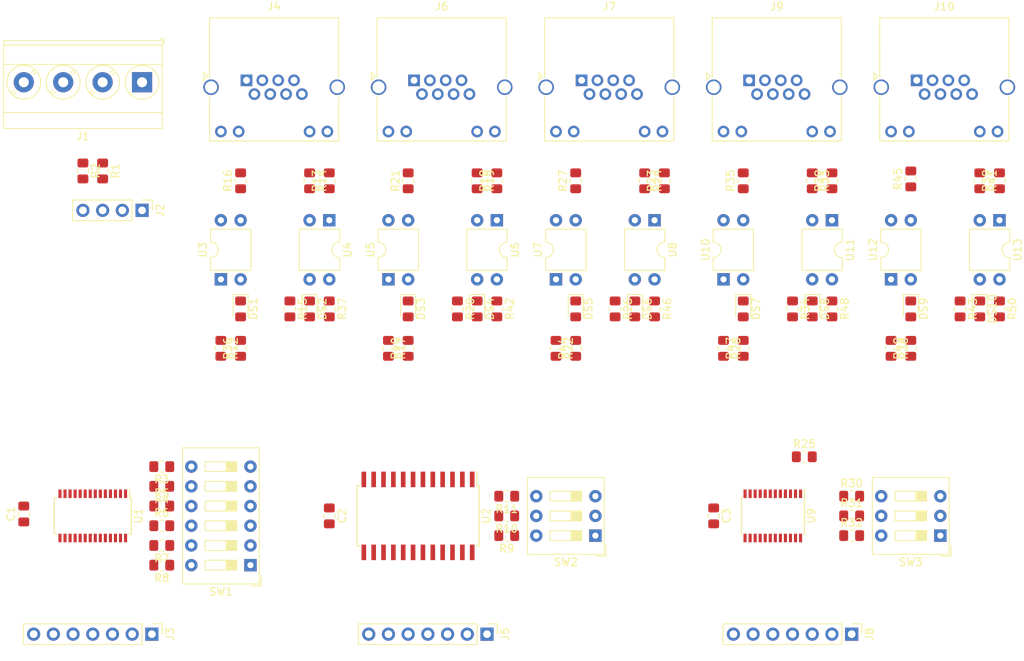
<source format=kicad_pcb>
(kicad_pcb (version 20171130) (host pcbnew "(5.0.0)")
  (layers (0 F.Cu signal) (31 B.Cu signal) (34 B.Paste user) (35 F.Paste user) (36 B.SilkS user) (37 F.SilkS user) (38 B.Mask user) (39 F.Mask user) (44 Edge.Cuts user))
  (net 0 "")
  (net 1 +5V)
  (net 2 GND)
  (net 3 "Net-(DS1-Pad2)")
  (net 4 /DC_0)
  (net 5 /RC_0)
  (net 6 "Net-(DS2-Pad2)")
  (net 7 "Net-(DS3-Pad2)")
  (net 8 /DC_1)
  (net 9 /RC_1)
  (net 10 "Net-(DS4-Pad2)")
  (net 11 "Net-(DS5-Pad2)")
  (net 12 /DC_2)
  (net 13 /RC_2)
  (net 14 "Net-(DS6-Pad2)")
  (net 15 "Net-(DS7-Pad2)")
  (net 16 /DC_3)
  (net 17 /RC_3)
  (net 18 "Net-(DS8-Pad2)")
  (net 19 /DC_4)
  (net 20 "Net-(DS9-Pad2)")
  (net 21 "Net-(DS10-Pad2)")
  (net 22 /RC_4)
  (net 23 /SCL)
  (net 24 /SDA)
  (net 25 "Net-(J3-Pad2)")
  (net 26 "Net-(J3-Pad3)")
  (net 27 "Net-(J3-Pad4)")
  (net 28 "Net-(J3-Pad5)")
  (net 29 "Net-(J3-Pad6)")
  (net 30 "Net-(J3-Pad7)")
  (net 31 "Net-(J4-Pad12)")
  (net 32 "Net-(J4-Pad10)")
  (net 33 /DC-GND_0)
  (net 34 /SCL0)
  (net 35 /RC-_0)
  (net 36 /SDA0)
  (net 37 /DC-OK_0)
  (net 38 /RC+_0)
  (net 39 "Net-(J5-Pad7)")
  (net 40 "Net-(J5-Pad6)")
  (net 41 "Net-(J5-Pad5)")
  (net 42 "Net-(J5-Pad4)")
  (net 43 "Net-(J5-Pad3)")
  (net 44 "Net-(J5-Pad2)")
  (net 45 /RC+_1)
  (net 46 /DC-OK_1)
  (net 47 /SDA1)
  (net 48 /RC-_1)
  (net 49 /SCL1)
  (net 50 /DC-GND_1)
  (net 51 "Net-(J6-Pad10)")
  (net 52 "Net-(J6-Pad12)")
  (net 53 "Net-(J7-Pad12)")
  (net 54 "Net-(J7-Pad10)")
  (net 55 /DC-GND_2)
  (net 56 /SCL2)
  (net 57 /RC-_2)
  (net 58 /SDA2)
  (net 59 /DC-OK_2)
  (net 60 /RC+_2)
  (net 61 "Net-(J8-Pad2)")
  (net 62 "Net-(J8-Pad3)")
  (net 63 "Net-(J8-Pad4)")
  (net 64 "Net-(J8-Pad5)")
  (net 65 "Net-(J8-Pad6)")
  (net 66 "Net-(J8-Pad7)")
  (net 67 /RC+_3)
  (net 68 /DC-OK_3)
  (net 69 /SDA3)
  (net 70 /RC-_3)
  (net 71 /SCL3)
  (net 72 /DC-GND_3)
  (net 73 "Net-(J9-Pad10)")
  (net 74 "Net-(J9-Pad12)")
  (net 75 /RC+_4)
  (net 76 /DC-OK_4)
  (net 77 /SDA4)
  (net 78 /RC-_4)
  (net 79 /SCL4)
  (net 80 /DC-GND_4)
  (net 81 "Net-(J10-Pad10)")
  (net 82 "Net-(J10-Pad12)")
  (net 83 "Net-(R3-Pad1)")
  (net 84 "Net-(R4-Pad1)")
  (net 85 "Net-(R5-Pad1)")
  (net 86 "Net-(R6-Pad1)")
  (net 87 "Net-(R7-Pad1)")
  (net 88 "Net-(R8-Pad1)")
  (net 89 "Net-(R9-Pad1)")
  (net 90 "Net-(R10-Pad1)")
  (net 91 "Net-(R11-Pad1)")
  (net 92 "Net-(R12-Pad1)")
  (net 93 /DATA_0)
  (net 94 "Net-(R14-Pad2)")
  (net 95 /LINK_0)
  (net 96 "Net-(R17-Pad1)")
  (net 97 /DATA_1)
  (net 98 "Net-(R19-Pad2)")
  (net 99 /LINK_1)
  (net 100 "Net-(R22-Pad1)")
  (net 101 /DATA_2)
  (net 102 "Net-(R24-Pad2)")
  (net 103 "Net-(R25-Pad1)")
  (net 104 /LINK_2)
  (net 105 "Net-(R28-Pad1)")
  (net 106 /DATA_3)
  (net 107 "Net-(R30-Pad2)")
  (net 108 "Net-(R31-Pad2)")
  (net 109 "Net-(R32-Pad2)")
  (net 110 "Net-(R33-Pad2)")
  (net 111 /LINK_3)
  (net 112 "Net-(R38-Pad1)")
  (net 113 /DATA_4)
  (net 114 "Net-(R41-Pad2)")
  (net 115 /LINK_4)
  (net 116 "Net-(U2-Pad1)")
  (module Package_SO:SOIC-24W_7.5x15.4mm_P1.27mm (layer F.Cu) (at 147.32 93.98 270)
    (fp_text reference U2 (at 0 -8.8 270) (layer F.SilkS))
    (fp_text value PCF8575)
    (pad 1 smd rect (at -4.7 -6.985 270) (size 2 0.6) (layers F.Cu F.Paste F.Mask) (net 116 "Net-(U2-Pad1)"))
    (pad 2 smd rect (at -4.7 -5.715 270) (size 2 0.6) (layers F.Cu F.Paste F.Mask) (net 90 "Net-(R10-Pad1)"))
    (pad 3 smd rect (at -4.7 -4.445 270) (size 2 0.6) (layers F.Cu F.Paste F.Mask) (net 91 "Net-(R11-Pad1)"))
    (pad 4 smd rect (at -4.7 -3.175 270) (size 2 0.6) (layers F.Cu F.Paste F.Mask) (net 5 /RC_0))
    (pad 5 smd rect (at -4.7 -1.905 270) (size 2 0.6) (layers F.Cu F.Paste F.Mask) (net 4 /DC_0))
    (pad 6 smd rect (at -4.7 -0.635 270) (size 2 0.6) (layers F.Cu F.Paste F.Mask) (net 9 /RC_1))
    (pad 7 smd rect (at -4.7 0.635 270) (size 2 0.6) (layers F.Cu F.Paste F.Mask) (net 8 /DC_1))
    (pad 8 smd rect (at -4.7 1.905 270) (size 2 0.6) (layers F.Cu F.Paste F.Mask) (net 13 /RC_2))
    (pad 9 smd rect (at -4.7 3.175 270) (size 2 0.6) (layers F.Cu F.Paste F.Mask) (net 12 /DC_2))
    (pad 10 smd rect (at -4.7 4.445 270) (size 2 0.6) (layers F.Cu F.Paste F.Mask) (net 17 /RC_3))
    (pad 11 smd rect (at -4.7 5.715 270) (size 2 0.6) (layers F.Cu F.Paste F.Mask) (net 16 /DC_3))
    (pad 12 smd rect (at -4.7 6.985 270) (size 2 0.6) (layers F.Cu F.Paste F.Mask) (net 2 GND))
    (pad 13 smd rect (at 4.7 6.985 270) (size 2 0.6) (layers F.Cu F.Paste F.Mask) (net 22 /RC_4))
    (pad 14 smd rect (at 4.7 5.715 270) (size 2 0.6) (layers F.Cu F.Paste F.Mask) (net 19 /DC_4))
    (pad 15 smd rect (at 4.7 4.445 270) (size 2 0.6) (layers F.Cu F.Paste F.Mask) (net 39 "Net-(J5-Pad7)"))
    (pad 16 smd rect (at 4.7 3.175 270) (size 2 0.6) (layers F.Cu F.Paste F.Mask) (net 40 "Net-(J5-Pad6)"))
    (pad 17 smd rect (at 4.7 1.905 270) (size 2 0.6) (layers F.Cu F.Paste F.Mask) (net 41 "Net-(J5-Pad5)"))
    (pad 18 smd rect (at 4.7 0.635 270) (size 2 0.6) (layers F.Cu F.Paste F.Mask) (net 42 "Net-(J5-Pad4)"))
    (pad 19 smd rect (at 4.7 -0.635 270) (size 2 0.6) (layers F.Cu F.Paste F.Mask) (net 43 "Net-(J5-Pad3)"))
    (pad 20 smd rect (at 4.7 -1.905 270) (size 2 0.6) (layers F.Cu F.Paste F.Mask) (net 44 "Net-(J5-Pad2)"))
    (pad 21 smd rect (at 4.7 -3.175 270) (size 2 0.6) (layers F.Cu F.Paste F.Mask) (net 89 "Net-(R9-Pad1)"))
    (pad 22 smd rect (at 4.7 -4.445 270) (size 2 0.6) (layers F.Cu F.Paste F.Mask) (net 23 /SCL))
    (pad 23 smd rect (at 4.7 -5.715 270) (size 2 0.6) (layers F.Cu F.Paste F.Mask) (net 24 /SDA))
    (pad 24 smd rect (at 4.7 -6.985 270) (size 2 0.6) (layers F.Cu F.Paste F.Mask) (net 1 +5V))
  )
  (module Connector_RJ:RJ45_Amphenol_RJHSE538X (layer F.Cu) (at 125.22 37.85)
    (fp_text reference J4 (at 3.56 -9.5) (layer F.SilkS))
    (fp_text value "RJ45 PWR 0")
    (pad 12 thru_hole circle (at 10.42 6.6) (size 1.5 1.5) (drill 0.89) (layers *.Cu *.Mask) (net 31 "Net-(J4-Pad12)"))
    (pad 11 thru_hole circle (at 8.13 6.6) (size 1.5 1.5) (drill 0.89) (layers *.Cu *.Mask) (net 2 GND))
    (pad 10 thru_hole circle (at -1.01 6.6) (size 1.5 1.5) (drill 0.89) (layers *.Cu *.Mask) (net 32 "Net-(J4-Pad10)"))
    (pad 9 thru_hole circle (at -3.3 6.6) (size 1.5 1.5) (drill 0.89) (layers *.Cu *.Mask) (net 2 GND))
    (pad SH thru_hole circle (at -4.57 0.89) (size 2 2) (drill 1.57) (layers *.Cu *.Mask) (net 2 GND))
    (pad SH thru_hole circle (at 11.69 0.89) (size 2 2) (drill 1.57) (layers *.Cu *.Mask) (net 2 GND))
    (pad "" np_thru_hole circle (at 9.91 -2.54) (size 3.25 3.25) (drill 3.25) (layers *.Cu *.Mask))
    (pad "" np_thru_hole circle (at -2.79 -2.54) (size 3.25 3.25) (drill 3.25) (layers *.Cu *.Mask))
    (pad 8 thru_hole circle (at 7.14 1.78) (size 1.5 1.5) (drill 0.89) (layers *.Cu *.Mask) (net 1 +5V))
    (pad 6 thru_hole circle (at 5.1 1.78) (size 1.5 1.5) (drill 0.89) (layers *.Cu *.Mask) (net 33 /DC-GND_0))
    (pad 4 thru_hole circle (at 3.06 1.78) (size 1.5 1.5) (drill 0.89) (layers *.Cu *.Mask) (net 34 /SCL0))
    (pad 2 thru_hole circle (at 1.02 1.78) (size 1.5 1.5) (drill 0.89) (layers *.Cu *.Mask) (net 35 /RC-_0))
    (pad 7 thru_hole circle (at 6.12 0) (size 1.5 1.5) (drill 0.89) (layers *.Cu *.Mask) (net 36 /SDA0))
    (pad 5 thru_hole circle (at 4.08 0) (size 1.5 1.5) (drill 0.89) (layers *.Cu *.Mask) (net 2 GND))
    (pad 3 thru_hole circle (at 2.04 0) (size 1.5 1.5) (drill 0.89) (layers *.Cu *.Mask) (net 37 /DC-OK_0))
    (pad 1 thru_hole rect (at 0 0) (size 1.5 1.5) (drill 0.89) (layers *.Cu *.Mask) (net 38 /RC+_0))
  )
  (module Capacitor_SMD:C_0805_2012Metric_Pad1.15x1.40mm_HandSolder (layer F.Cu) (at 96.52 93.735 90)
    (fp_text reference C1 (at 0 -1.65 90) (layer F.SilkS))
    (fp_text value C_PCA)
    (pad 1 smd roundrect (at -1.025 0 90) (size 1.15 1.4) (layers F.Cu F.Paste F.Mask) (roundrect_rratio 0.217391) (net 1 +5V))
    (pad 2 smd roundrect (at 1.025 0 90) (size 1.15 1.4) (layers F.Cu F.Paste F.Mask) (roundrect_rratio 0.217391) (net 2 GND))
  )
  (module Capacitor_SMD:C_0805_2012Metric_Pad1.15x1.40mm_HandSolder (layer F.Cu) (at 135.89 93.98 270)
    (fp_text reference C2 (at 0 -1.65 270) (layer F.SilkS))
    (fp_text value C_PCF)
    (pad 2 smd roundrect (at 1.025 0 270) (size 1.15 1.4) (layers F.Cu F.Paste F.Mask) (roundrect_rratio 0.217391) (net 1 +5V))
    (pad 1 smd roundrect (at -1.025 0 270) (size 1.15 1.4) (layers F.Cu F.Paste F.Mask) (roundrect_rratio 0.217391) (net 2 GND))
  )
  (module Capacitor_SMD:C_0805_2012Metric_Pad1.15x1.40mm_HandSolder (layer F.Cu) (at 185.42 93.98 270)
    (fp_text reference C3 (at 0 -1.65 270) (layer F.SilkS))
    (fp_text value C_TCA)
    (pad 1 smd roundrect (at -1.025 0 270) (size 1.15 1.4) (layers F.Cu F.Paste F.Mask) (roundrect_rratio 0.217391) (net 2 GND))
    (pad 2 smd roundrect (at 1.025 0 270) (size 1.15 1.4) (layers F.Cu F.Paste F.Mask) (roundrect_rratio 0.217391) (net 1 +5V))
  )
  (module LED_SMD:LED_0805_2012Metric_Pad1.15x1.40mm_HandSolder (layer F.Cu) (at 124.46 67.31 270)
    (fp_text reference DS1 (at 0 -1.65 270) (layer F.SilkS))
    (fp_text value RC0)
    (pad 2 smd roundrect (at 1.025 0 270) (size 1.15 1.4) (layers F.Cu F.Paste F.Mask) (roundrect_rratio 0.217391) (net 3 "Net-(DS1-Pad2)"))
    (pad 1 smd roundrect (at -1.025 0 270) (size 1.15 1.4) (layers F.Cu F.Paste F.Mask) (roundrect_rratio 0.217391) (net 5 /RC_0))
  )
  (module LED_SMD:LED_0805_2012Metric_Pad1.15x1.40mm_HandSolder (layer F.Cu) (at 133.35 67.31 270)
    (fp_text reference DS2 (at 0 -1.65 270) (layer F.SilkS))
    (fp_text value DC0)
    (pad 1 smd roundrect (at -1.025 0 270) (size 1.15 1.4) (layers F.Cu F.Paste F.Mask) (roundrect_rratio 0.217391) (net 4 /DC_0))
    (pad 2 smd roundrect (at 1.025 0 270) (size 1.15 1.4) (layers F.Cu F.Paste F.Mask) (roundrect_rratio 0.217391) (net 6 "Net-(DS2-Pad2)"))
  )
  (module LED_SMD:LED_0805_2012Metric_Pad1.15x1.40mm_HandSolder (layer F.Cu) (at 146.05 67.31 270)
    (fp_text reference DS3 (at 0 -1.65 270) (layer F.SilkS))
    (fp_text value RC1)
    (pad 2 smd roundrect (at 1.025 0 270) (size 1.15 1.4) (layers F.Cu F.Paste F.Mask) (roundrect_rratio 0.217391) (net 7 "Net-(DS3-Pad2)"))
    (pad 1 smd roundrect (at -1.025 0 270) (size 1.15 1.4) (layers F.Cu F.Paste F.Mask) (roundrect_rratio 0.217391) (net 9 /RC_1))
  )
  (module LED_SMD:LED_0805_2012Metric_Pad1.15x1.40mm_HandSolder (layer F.Cu) (at 154.94 67.31 270)
    (fp_text reference DS4 (at 0 -1.65 270) (layer F.SilkS))
    (fp_text value DC1)
    (pad 1 smd roundrect (at -1.025 0 270) (size 1.15 1.4) (layers F.Cu F.Paste F.Mask) (roundrect_rratio 0.217391) (net 8 /DC_1))
    (pad 2 smd roundrect (at 1.025 0 270) (size 1.15 1.4) (layers F.Cu F.Paste F.Mask) (roundrect_rratio 0.217391) (net 10 "Net-(DS4-Pad2)"))
  )
  (module LED_SMD:LED_0805_2012Metric_Pad1.15x1.40mm_HandSolder (layer F.Cu) (at 167.64 67.31 270)
    (fp_text reference DS5 (at 0 -1.65 270) (layer F.SilkS))
    (fp_text value RC2)
    (pad 2 smd roundrect (at 1.025 0 270) (size 1.15 1.4) (layers F.Cu F.Paste F.Mask) (roundrect_rratio 0.217391) (net 11 "Net-(DS5-Pad2)"))
    (pad 1 smd roundrect (at -1.025 0 270) (size 1.15 1.4) (layers F.Cu F.Paste F.Mask) (roundrect_rratio 0.217391) (net 13 /RC_2))
  )
  (module LED_SMD:LED_0805_2012Metric_Pad1.15x1.40mm_HandSolder (layer F.Cu) (at 175.26 67.31 270)
    (fp_text reference DS6 (at 0 -1.65 270) (layer F.SilkS))
    (fp_text value DC2)
    (pad 1 smd roundrect (at -1.025 0 270) (size 1.15 1.4) (layers F.Cu F.Paste F.Mask) (roundrect_rratio 0.217391) (net 12 /DC_2))
    (pad 2 smd roundrect (at 1.025 0 270) (size 1.15 1.4) (layers F.Cu F.Paste F.Mask) (roundrect_rratio 0.217391) (net 14 "Net-(DS6-Pad2)"))
  )
  (module LED_SMD:LED_0805_2012Metric_Pad1.15x1.40mm_HandSolder (layer F.Cu) (at 189.23 67.31 270)
    (fp_text reference DS7 (at 0 -1.65 270) (layer F.SilkS))
    (fp_text value RC3)
    (pad 2 smd roundrect (at 1.025 0 270) (size 1.15 1.4) (layers F.Cu F.Paste F.Mask) (roundrect_rratio 0.217391) (net 15 "Net-(DS7-Pad2)"))
    (pad 1 smd roundrect (at -1.025 0 270) (size 1.15 1.4) (layers F.Cu F.Paste F.Mask) (roundrect_rratio 0.217391) (net 17 /RC_3))
  )
  (module LED_SMD:LED_0805_2012Metric_Pad1.15x1.40mm_HandSolder (layer F.Cu) (at 198.12 67.31 270)
    (fp_text reference DS8 (at 0 -1.65 270) (layer F.SilkS))
    (fp_text value DC3)
    (pad 1 smd roundrect (at -1.025 0 270) (size 1.15 1.4) (layers F.Cu F.Paste F.Mask) (roundrect_rratio 0.217391) (net 16 /DC_3))
    (pad 2 smd roundrect (at 1.025 0 270) (size 1.15 1.4) (layers F.Cu F.Paste F.Mask) (roundrect_rratio 0.217391) (net 18 "Net-(DS8-Pad2)"))
  )
  (module LED_SMD:LED_0805_2012Metric_Pad1.15x1.40mm_HandSolder (layer F.Cu) (at 210.82 67.31 270)
    (fp_text reference DS9 (at 0 -1.65 270) (layer F.SilkS))
    (fp_text value RC4)
    (pad 1 smd roundrect (at -1.025 0 270) (size 1.15 1.4) (layers F.Cu F.Paste F.Mask) (roundrect_rratio 0.217391) (net 22 /RC_4))
    (pad 2 smd roundrect (at 1.025 0 270) (size 1.15 1.4) (layers F.Cu F.Paste F.Mask) (roundrect_rratio 0.217391) (net 20 "Net-(DS9-Pad2)"))
  )
  (module LED_SMD:LED_0805_2012Metric_Pad1.15x1.40mm_HandSolder (layer F.Cu) (at 219.71 67.31 270)
    (fp_text reference DS10 (at 0 -1.65 270) (layer F.SilkS))
    (fp_text value DC4)
    (pad 2 smd roundrect (at 1.025 0 270) (size 1.15 1.4) (layers F.Cu F.Paste F.Mask) (roundrect_rratio 0.217391) (net 21 "Net-(DS10-Pad2)"))
    (pad 1 smd roundrect (at -1.025 0 270) (size 1.15 1.4) (layers F.Cu F.Paste F.Mask) (roundrect_rratio 0.217391) (net 19 /DC_4))
  )
  (module TerminalBlock_Phoenix:TerminalBlock_Phoenix_MKDS-3-4-5.08_1x04_P5.08mm_Horizontal (layer F.Cu) (at 111.76 38.1 180)
    (fp_text reference J1 (at 7.62 -6.96 180) (layer F.SilkS))
    (fp_text value Input)
    (pad 1 thru_hole rect (at 0 0 180) (size 2.6 2.6) (drill 1.3) (layers *.Cu *.Mask) (net 2 GND))
    (pad 2 thru_hole circle (at 5.08 0 180) (size 2.6 2.6) (drill 1.3) (layers *.Cu *.Mask) (net 1 +5V))
    (pad 3 thru_hole circle (at 10.16 0 180) (size 2.6 2.6) (drill 1.3) (layers *.Cu *.Mask) (net 23 /SCL))
    (pad 4 thru_hole circle (at 15.24 0 180) (size 2.6 2.6) (drill 1.3) (layers *.Cu *.Mask) (net 24 /SDA))
  )
  (module Connector_PinHeader_2.54mm:PinHeader_1x04_P2.54mm_Vertical (layer F.Cu) (at 111.76 54.61 270)
    (fp_text reference J2 (at 0 -2.33 270) (layer F.SilkS))
    (fp_text value "OLED I2C")
    (pad 1 thru_hole rect (at 0 0 270) (size 1.7 1.7) (drill 1) (layers *.Cu *.Mask) (net 2 GND))
    (pad 2 thru_hole oval (at 0 2.54 270) (size 1.7 1.7) (drill 1) (layers *.Cu *.Mask) (net 1 +5V))
    (pad 3 thru_hole oval (at 0 5.08 270) (size 1.7 1.7) (drill 1) (layers *.Cu *.Mask) (net 23 /SCL))
    (pad 4 thru_hole oval (at 0 7.62 270) (size 1.7 1.7) (drill 1) (layers *.Cu *.Mask) (net 24 /SDA))
  )
  (module Connector_PinHeader_2.54mm:PinHeader_1x07_P2.54mm_Vertical (layer F.Cu) (at 113.03 109.22 270)
    (fp_text reference J3 (at 0 -2.33 270) (layer F.SilkS))
    (fp_text value CON_PCA)
    (pad 1 thru_hole rect (at 0 0 270) (size 1.7 1.7) (drill 1) (layers *.Cu *.Mask) (net 2 GND))
    (pad 2 thru_hole oval (at 0 2.54 270) (size 1.7 1.7) (drill 1) (layers *.Cu *.Mask) (net 25 "Net-(J3-Pad2)"))
    (pad 3 thru_hole oval (at 0 5.08 270) (size 1.7 1.7) (drill 1) (layers *.Cu *.Mask) (net 26 "Net-(J3-Pad3)"))
    (pad 4 thru_hole oval (at 0 7.62 270) (size 1.7 1.7) (drill 1) (layers *.Cu *.Mask) (net 27 "Net-(J3-Pad4)"))
    (pad 5 thru_hole oval (at 0 10.16 270) (size 1.7 1.7) (drill 1) (layers *.Cu *.Mask) (net 28 "Net-(J3-Pad5)"))
    (pad 6 thru_hole oval (at 0 12.7 270) (size 1.7 1.7) (drill 1) (layers *.Cu *.Mask) (net 29 "Net-(J3-Pad6)"))
    (pad 7 thru_hole oval (at 0 15.24 270) (size 1.7 1.7) (drill 1) (layers *.Cu *.Mask) (net 30 "Net-(J3-Pad7)"))
  )
  (module Connector_PinHeader_2.54mm:PinHeader_1x07_P2.54mm_Vertical (layer F.Cu) (at 156.21 109.22 270)
    (fp_text reference J5 (at 0 -2.33 270) (layer F.SilkS))
    (fp_text value CON_PCF)
    (pad 7 thru_hole oval (at 0 15.24 270) (size 1.7 1.7) (drill 1) (layers *.Cu *.Mask) (net 39 "Net-(J5-Pad7)"))
    (pad 6 thru_hole oval (at 0 12.7 270) (size 1.7 1.7) (drill 1) (layers *.Cu *.Mask) (net 40 "Net-(J5-Pad6)"))
    (pad 5 thru_hole oval (at 0 10.16 270) (size 1.7 1.7) (drill 1) (layers *.Cu *.Mask) (net 41 "Net-(J5-Pad5)"))
    (pad 4 thru_hole oval (at 0 7.62 270) (size 1.7 1.7) (drill 1) (layers *.Cu *.Mask) (net 42 "Net-(J5-Pad4)"))
    (pad 3 thru_hole oval (at 0 5.08 270) (size 1.7 1.7) (drill 1) (layers *.Cu *.Mask) (net 43 "Net-(J5-Pad3)"))
    (pad 2 thru_hole oval (at 0 2.54 270) (size 1.7 1.7) (drill 1) (layers *.Cu *.Mask) (net 44 "Net-(J5-Pad2)"))
    (pad 1 thru_hole rect (at 0 0 270) (size 1.7 1.7) (drill 1) (layers *.Cu *.Mask) (net 1 +5V))
  )
  (module Connector_RJ:RJ45_Amphenol_RJHSE538X (layer F.Cu) (at 146.81 37.85)
    (fp_text reference J6 (at 3.56 -9.5) (layer F.SilkS))
    (fp_text value "RJ45 PWR 1")
    (pad 1 thru_hole rect (at 0 0) (size 1.5 1.5) (drill 0.89) (layers *.Cu *.Mask) (net 45 /RC+_1))
    (pad 3 thru_hole circle (at 2.04 0) (size 1.5 1.5) (drill 0.89) (layers *.Cu *.Mask) (net 46 /DC-OK_1))
    (pad 5 thru_hole circle (at 4.08 0) (size 1.5 1.5) (drill 0.89) (layers *.Cu *.Mask) (net 2 GND))
    (pad 7 thru_hole circle (at 6.12 0) (size 1.5 1.5) (drill 0.89) (layers *.Cu *.Mask) (net 47 /SDA1))
    (pad 2 thru_hole circle (at 1.02 1.78) (size 1.5 1.5) (drill 0.89) (layers *.Cu *.Mask) (net 48 /RC-_1))
    (pad 4 thru_hole circle (at 3.06 1.78) (size 1.5 1.5) (drill 0.89) (layers *.Cu *.Mask) (net 49 /SCL1))
    (pad 6 thru_hole circle (at 5.1 1.78) (size 1.5 1.5) (drill 0.89) (layers *.Cu *.Mask) (net 50 /DC-GND_1))
    (pad 8 thru_hole circle (at 7.14 1.78) (size 1.5 1.5) (drill 0.89) (layers *.Cu *.Mask) (net 1 +5V))
    (pad "" np_thru_hole circle (at -2.79 -2.54) (size 3.25 3.25) (drill 3.25) (layers *.Cu *.Mask))
    (pad "" np_thru_hole circle (at 9.91 -2.54) (size 3.25 3.25) (drill 3.25) (layers *.Cu *.Mask))
    (pad SH thru_hole circle (at 11.69 0.89) (size 2 2) (drill 1.57) (layers *.Cu *.Mask) (net 2 GND))
    (pad SH thru_hole circle (at -4.57 0.89) (size 2 2) (drill 1.57) (layers *.Cu *.Mask) (net 2 GND))
    (pad 9 thru_hole circle (at -3.3 6.6) (size 1.5 1.5) (drill 0.89) (layers *.Cu *.Mask) (net 2 GND))
    (pad 10 thru_hole circle (at -1.01 6.6) (size 1.5 1.5) (drill 0.89) (layers *.Cu *.Mask) (net 51 "Net-(J6-Pad10)"))
    (pad 11 thru_hole circle (at 8.13 6.6) (size 1.5 1.5) (drill 0.89) (layers *.Cu *.Mask) (net 2 GND))
    (pad 12 thru_hole circle (at 10.42 6.6) (size 1.5 1.5) (drill 0.89) (layers *.Cu *.Mask) (net 52 "Net-(J6-Pad12)"))
  )
  (module Connector_RJ:RJ45_Amphenol_RJHSE538X (layer F.Cu) (at 168.4 37.85)
    (fp_text reference J7 (at 3.56 -9.5) (layer F.SilkS))
    (fp_text value "RJ45 PWR 2")
    (pad 12 thru_hole circle (at 10.42 6.6) (size 1.5 1.5) (drill 0.89) (layers *.Cu *.Mask) (net 53 "Net-(J7-Pad12)"))
    (pad 11 thru_hole circle (at 8.13 6.6) (size 1.5 1.5) (drill 0.89) (layers *.Cu *.Mask) (net 2 GND))
    (pad 10 thru_hole circle (at -1.01 6.6) (size 1.5 1.5) (drill 0.89) (layers *.Cu *.Mask) (net 54 "Net-(J7-Pad10)"))
    (pad 9 thru_hole circle (at -3.3 6.6) (size 1.5 1.5) (drill 0.89) (layers *.Cu *.Mask) (net 2 GND))
    (pad SH thru_hole circle (at -4.57 0.89) (size 2 2) (drill 1.57) (layers *.Cu *.Mask) (net 2 GND))
    (pad SH thru_hole circle (at 11.69 0.89) (size 2 2) (drill 1.57) (layers *.Cu *.Mask) (net 2 GND))
    (pad "" np_thru_hole circle (at 9.91 -2.54) (size 3.25 3.25) (drill 3.25) (layers *.Cu *.Mask))
    (pad "" np_thru_hole circle (at -2.79 -2.54) (size 3.25 3.25) (drill 3.25) (layers *.Cu *.Mask))
    (pad 8 thru_hole circle (at 7.14 1.78) (size 1.5 1.5) (drill 0.89) (layers *.Cu *.Mask) (net 1 +5V))
    (pad 6 thru_hole circle (at 5.1 1.78) (size 1.5 1.5) (drill 0.89) (layers *.Cu *.Mask) (net 55 /DC-GND_2))
    (pad 4 thru_hole circle (at 3.06 1.78) (size 1.5 1.5) (drill 0.89) (layers *.Cu *.Mask) (net 56 /SCL2))
    (pad 2 thru_hole circle (at 1.02 1.78) (size 1.5 1.5) (drill 0.89) (layers *.Cu *.Mask) (net 57 /RC-_2))
    (pad 7 thru_hole circle (at 6.12 0) (size 1.5 1.5) (drill 0.89) (layers *.Cu *.Mask) (net 58 /SDA2))
    (pad 5 thru_hole circle (at 4.08 0) (size 1.5 1.5) (drill 0.89) (layers *.Cu *.Mask) (net 2 GND))
    (pad 3 thru_hole circle (at 2.04 0) (size 1.5 1.5) (drill 0.89) (layers *.Cu *.Mask) (net 59 /DC-OK_2))
    (pad 1 thru_hole rect (at 0 0) (size 1.5 1.5) (drill 0.89) (layers *.Cu *.Mask) (net 60 /RC+_2))
  )
  (module Connector_PinHeader_2.54mm:PinHeader_1x07_P2.54mm_Vertical (layer F.Cu) (at 203.2 109.22 270)
    (fp_text reference J8 (at 0 -2.33 270) (layer F.SilkS))
    (fp_text value CON_TCA)
    (pad 1 thru_hole rect (at 0 0 270) (size 1.7 1.7) (drill 1) (layers *.Cu *.Mask) (net 1 +5V))
    (pad 2 thru_hole oval (at 0 2.54 270) (size 1.7 1.7) (drill 1) (layers *.Cu *.Mask) (net 61 "Net-(J8-Pad2)"))
    (pad 3 thru_hole oval (at 0 5.08 270) (size 1.7 1.7) (drill 1) (layers *.Cu *.Mask) (net 62 "Net-(J8-Pad3)"))
    (pad 4 thru_hole oval (at 0 7.62 270) (size 1.7 1.7) (drill 1) (layers *.Cu *.Mask) (net 63 "Net-(J8-Pad4)"))
    (pad 5 thru_hole oval (at 0 10.16 270) (size 1.7 1.7) (drill 1) (layers *.Cu *.Mask) (net 64 "Net-(J8-Pad5)"))
    (pad 6 thru_hole oval (at 0 12.7 270) (size 1.7 1.7) (drill 1) (layers *.Cu *.Mask) (net 65 "Net-(J8-Pad6)"))
    (pad 7 thru_hole oval (at 0 15.24 270) (size 1.7 1.7) (drill 1) (layers *.Cu *.Mask) (net 66 "Net-(J8-Pad7)"))
  )
  (module Connector_RJ:RJ45_Amphenol_RJHSE538X (layer F.Cu) (at 189.99 37.85)
    (fp_text reference J9 (at 3.56 -9.5) (layer F.SilkS))
    (fp_text value "RJ45 PWR 3")
    (pad 1 thru_hole rect (at 0 0) (size 1.5 1.5) (drill 0.89) (layers *.Cu *.Mask) (net 67 /RC+_3))
    (pad 3 thru_hole circle (at 2.04 0) (size 1.5 1.5) (drill 0.89) (layers *.Cu *.Mask) (net 68 /DC-OK_3))
    (pad 5 thru_hole circle (at 4.08 0) (size 1.5 1.5) (drill 0.89) (layers *.Cu *.Mask) (net 2 GND))
    (pad 7 thru_hole circle (at 6.12 0) (size 1.5 1.5) (drill 0.89) (layers *.Cu *.Mask) (net 69 /SDA3))
    (pad 2 thru_hole circle (at 1.02 1.78) (size 1.5 1.5) (drill 0.89) (layers *.Cu *.Mask) (net 70 /RC-_3))
    (pad 4 thru_hole circle (at 3.06 1.78) (size 1.5 1.5) (drill 0.89) (layers *.Cu *.Mask) (net 71 /SCL3))
    (pad 6 thru_hole circle (at 5.1 1.78) (size 1.5 1.5) (drill 0.89) (layers *.Cu *.Mask) (net 72 /DC-GND_3))
    (pad 8 thru_hole circle (at 7.14 1.78) (size 1.5 1.5) (drill 0.89) (layers *.Cu *.Mask) (net 1 +5V))
    (pad "" np_thru_hole circle (at -2.79 -2.54) (size 3.25 3.25) (drill 3.25) (layers *.Cu *.Mask))
    (pad "" np_thru_hole circle (at 9.91 -2.54) (size 3.25 3.25) (drill 3.25) (layers *.Cu *.Mask))
    (pad SH thru_hole circle (at 11.69 0.89) (size 2 2) (drill 1.57) (layers *.Cu *.Mask) (net 2 GND))
    (pad SH thru_hole circle (at -4.57 0.89) (size 2 2) (drill 1.57) (layers *.Cu *.Mask) (net 2 GND))
    (pad 9 thru_hole circle (at -3.3 6.6) (size 1.5 1.5) (drill 0.89) (layers *.Cu *.Mask) (net 2 GND))
    (pad 10 thru_hole circle (at -1.01 6.6) (size 1.5 1.5) (drill 0.89) (layers *.Cu *.Mask) (net 73 "Net-(J9-Pad10)"))
    (pad 11 thru_hole circle (at 8.13 6.6) (size 1.5 1.5) (drill 0.89) (layers *.Cu *.Mask) (net 2 GND))
    (pad 12 thru_hole circle (at 10.42 6.6) (size 1.5 1.5) (drill 0.89) (layers *.Cu *.Mask) (net 74 "Net-(J9-Pad12)"))
  )
  (module Connector_RJ:RJ45_Amphenol_RJHSE538X (layer F.Cu) (at 211.58 37.85)
    (fp_text reference J10 (at 3.56 -9.5) (layer F.SilkS))
    (fp_text value "RJ45 PWR 4")
    (pad 1 thru_hole rect (at 0 0) (size 1.5 1.5) (drill 0.89) (layers *.Cu *.Mask) (net 75 /RC+_4))
    (pad 3 thru_hole circle (at 2.04 0) (size 1.5 1.5) (drill 0.89) (layers *.Cu *.Mask) (net 76 /DC-OK_4))
    (pad 5 thru_hole circle (at 4.08 0) (size 1.5 1.5) (drill 0.89) (layers *.Cu *.Mask) (net 2 GND))
    (pad 7 thru_hole circle (at 6.12 0) (size 1.5 1.5) (drill 0.89) (layers *.Cu *.Mask) (net 77 /SDA4))
    (pad 2 thru_hole circle (at 1.02 1.78) (size 1.5 1.5) (drill 0.89) (layers *.Cu *.Mask) (net 78 /RC-_4))
    (pad 4 thru_hole circle (at 3.06 1.78) (size 1.5 1.5) (drill 0.89) (layers *.Cu *.Mask) (net 79 /SCL4))
    (pad 6 thru_hole circle (at 5.1 1.78) (size 1.5 1.5) (drill 0.89) (layers *.Cu *.Mask) (net 80 /DC-GND_4))
    (pad 8 thru_hole circle (at 7.14 1.78) (size 1.5 1.5) (drill 0.89) (layers *.Cu *.Mask) (net 1 +5V))
    (pad "" np_thru_hole circle (at -2.79 -2.54) (size 3.25 3.25) (drill 3.25) (layers *.Cu *.Mask))
    (pad "" np_thru_hole circle (at 9.91 -2.54) (size 3.25 3.25) (drill 3.25) (layers *.Cu *.Mask))
    (pad SH thru_hole circle (at 11.69 0.89) (size 2 2) (drill 1.57) (layers *.Cu *.Mask) (net 2 GND))
    (pad SH thru_hole circle (at -4.57 0.89) (size 2 2) (drill 1.57) (layers *.Cu *.Mask) (net 2 GND))
    (pad 9 thru_hole circle (at -3.3 6.6) (size 1.5 1.5) (drill 0.89) (layers *.Cu *.Mask) (net 2 GND))
    (pad 10 thru_hole circle (at -1.01 6.6) (size 1.5 1.5) (drill 0.89) (layers *.Cu *.Mask) (net 81 "Net-(J10-Pad10)"))
    (pad 11 thru_hole circle (at 8.13 6.6) (size 1.5 1.5) (drill 0.89) (layers *.Cu *.Mask) (net 2 GND))
    (pad 12 thru_hole circle (at 10.42 6.6) (size 1.5 1.5) (drill 0.89) (layers *.Cu *.Mask) (net 82 "Net-(J10-Pad12)"))
  )
  (module Resistor_SMD:R_0805_2012Metric_Pad1.15x1.40mm_HandSolder (layer F.Cu) (at 106.68 49.53 270)
    (fp_text reference R1 (at 0 -1.65 270) (layer F.SilkS))
    (fp_text value 10K)
    (pad 1 smd roundrect (at -1.025 0 270) (size 1.15 1.4) (layers F.Cu F.Paste F.Mask) (roundrect_rratio 0.217391) (net 1 +5V))
    (pad 2 smd roundrect (at 1.025 0 270) (size 1.15 1.4) (layers F.Cu F.Paste F.Mask) (roundrect_rratio 0.217391) (net 23 /SCL))
  )
  (module Resistor_SMD:R_0805_2012Metric_Pad1.15x1.40mm_HandSolder (layer F.Cu) (at 104.14 49.53 270)
    (fp_text reference R2 (at 0 -1.65 270) (layer F.SilkS))
    (fp_text value 10K)
    (pad 2 smd roundrect (at 1.025 0 270) (size 1.15 1.4) (layers F.Cu F.Paste F.Mask) (roundrect_rratio 0.217391) (net 24 /SDA))
    (pad 1 smd roundrect (at -1.025 0 270) (size 1.15 1.4) (layers F.Cu F.Paste F.Mask) (roundrect_rratio 0.217391) (net 1 +5V))
  )
  (module Resistor_SMD:R_0805_2012Metric_Pad1.15x1.40mm_HandSolder (layer F.Cu) (at 114.3 87.63 180)
    (fp_text reference R3 (at 0 -1.65 180) (layer F.SilkS))
    (fp_text value 10K)
    (pad 1 smd roundrect (at -1.025 0 180) (size 1.15 1.4) (layers F.Cu F.Paste F.Mask) (roundrect_rratio 0.217391) (net 83 "Net-(R3-Pad1)"))
    (pad 2 smd roundrect (at 1.025 0 180) (size 1.15 1.4) (layers F.Cu F.Paste F.Mask) (roundrect_rratio 0.217391) (net 2 GND))
  )
  (module Resistor_SMD:R_0805_2012Metric_Pad1.15x1.40mm_HandSolder (layer F.Cu) (at 114.3 90.17 180)
    (fp_text reference R4 (at 0 -1.65 180) (layer F.SilkS))
    (fp_text value 10K)
    (pad 1 smd roundrect (at -1.025 0 180) (size 1.15 1.4) (layers F.Cu F.Paste F.Mask) (roundrect_rratio 0.217391) (net 84 "Net-(R4-Pad1)"))
    (pad 2 smd roundrect (at 1.025 0 180) (size 1.15 1.4) (layers F.Cu F.Paste F.Mask) (roundrect_rratio 0.217391) (net 2 GND))
  )
  (module Resistor_SMD:R_0805_2012Metric_Pad1.15x1.40mm_HandSolder (layer F.Cu) (at 114.3 92.71)
    (fp_text reference R5 (at 0 -1.65) (layer F.SilkS))
    (fp_text value 10K)
    (pad 1 smd roundrect (at -1.025 0) (size 1.15 1.4) (layers F.Cu F.Paste F.Mask) (roundrect_rratio 0.217391) (net 85 "Net-(R5-Pad1)"))
    (pad 2 smd roundrect (at 1.025 0) (size 1.15 1.4) (layers F.Cu F.Paste F.Mask) (roundrect_rratio 0.217391) (net 2 GND))
  )
  (module Resistor_SMD:R_0805_2012Metric_Pad1.15x1.40mm_HandSolder (layer F.Cu) (at 114.3 95.25)
    (fp_text reference R6 (at 0 -1.65) (layer F.SilkS))
    (fp_text value 10K)
    (pad 1 smd roundrect (at -1.025 0) (size 1.15 1.4) (layers F.Cu F.Paste F.Mask) (roundrect_rratio 0.217391) (net 86 "Net-(R6-Pad1)"))
    (pad 2 smd roundrect (at 1.025 0) (size 1.15 1.4) (layers F.Cu F.Paste F.Mask) (roundrect_rratio 0.217391) (net 2 GND))
  )
  (module Resistor_SMD:R_0805_2012Metric_Pad1.15x1.40mm_HandSolder (layer F.Cu) (at 114.3 97.79 180)
    (fp_text reference R7 (at 0 -1.65 180) (layer F.SilkS))
    (fp_text value 10K)
    (pad 1 smd roundrect (at -1.025 0 180) (size 1.15 1.4) (layers F.Cu F.Paste F.Mask) (roundrect_rratio 0.217391) (net 87 "Net-(R7-Pad1)"))
    (pad 2 smd roundrect (at 1.025 0 180) (size 1.15 1.4) (layers F.Cu F.Paste F.Mask) (roundrect_rratio 0.217391) (net 2 GND))
  )
  (module Resistor_SMD:R_0805_2012Metric_Pad1.15x1.40mm_HandSolder (layer F.Cu) (at 114.3 100.33 180)
    (fp_text reference R8 (at 0 -1.65 180) (layer F.SilkS))
    (fp_text value 10K)
    (pad 1 smd roundrect (at -1.025 0 180) (size 1.15 1.4) (layers F.Cu F.Paste F.Mask) (roundrect_rratio 0.217391) (net 88 "Net-(R8-Pad1)"))
    (pad 2 smd roundrect (at 1.025 0 180) (size 1.15 1.4) (layers F.Cu F.Paste F.Mask) (roundrect_rratio 0.217391) (net 2 GND))
  )
  (module Resistor_SMD:R_0805_2012Metric_Pad1.15x1.40mm_HandSolder (layer F.Cu) (at 158.75 96.52 180)
    (fp_text reference R9 (at 0 -1.65 180) (layer F.SilkS))
    (fp_text value 10K)
    (pad 1 smd roundrect (at -1.025 0 180) (size 1.15 1.4) (layers F.Cu F.Paste F.Mask) (roundrect_rratio 0.217391) (net 89 "Net-(R9-Pad1)"))
    (pad 2 smd roundrect (at 1.025 0 180) (size 1.15 1.4) (layers F.Cu F.Paste F.Mask) (roundrect_rratio 0.217391) (net 2 GND))
  )
  (module Resistor_SMD:R_0805_2012Metric_Pad1.15x1.40mm_HandSolder (layer F.Cu) (at 158.75 93.98 180)
    (fp_text reference R10 (at 0 -1.65 180) (layer F.SilkS))
    (fp_text value 10K)
    (pad 1 smd roundrect (at -1.025 0 180) (size 1.15 1.4) (layers F.Cu F.Paste F.Mask) (roundrect_rratio 0.217391) (net 90 "Net-(R10-Pad1)"))
    (pad 2 smd roundrect (at 1.025 0 180) (size 1.15 1.4) (layers F.Cu F.Paste F.Mask) (roundrect_rratio 0.217391) (net 2 GND))
  )
  (module Resistor_SMD:R_0805_2012Metric_Pad1.15x1.40mm_HandSolder (layer F.Cu) (at 158.75 91.44 180)
    (fp_text reference R11 (at 0 -1.65 180) (layer F.SilkS))
    (fp_text value 10K)
    (pad 1 smd roundrect (at -1.025 0 180) (size 1.15 1.4) (layers F.Cu F.Paste F.Mask) (roundrect_rratio 0.217391) (net 91 "Net-(R11-Pad1)"))
    (pad 2 smd roundrect (at 1.025 0 180) (size 1.15 1.4) (layers F.Cu F.Paste F.Mask) (roundrect_rratio 0.217391) (net 2 GND))
  )
  (module Resistor_SMD:R_0805_2012Metric_Pad1.15x1.40mm_HandSolder (layer F.Cu) (at 121.92 72.39 270)
    (fp_text reference R12 (at 0 -1.65 270) (layer F.SilkS))
    (fp_text value 220)
    (pad 2 smd roundrect (at 1.025 0 270) (size 1.15 1.4) (layers F.Cu F.Paste F.Mask) (roundrect_rratio 0.217391) (net 1 +5V))
    (pad 1 smd roundrect (at -1.025 0 270) (size 1.15 1.4) (layers F.Cu F.Paste F.Mask) (roundrect_rratio 0.217391) (net 92 "Net-(R12-Pad1)"))
  )
  (module Resistor_SMD:R_0805_2012Metric_Pad1.15x1.40mm_HandSolder (layer F.Cu) (at 135.89 50.8 90)
    (fp_text reference R13 (at 0 -1.65 90) (layer F.SilkS))
    (fp_text value 220)
    (pad 2 smd roundrect (at 1.025 0 90) (size 1.15 1.4) (layers F.Cu F.Paste F.Mask) (roundrect_rratio 0.217391) (net 31 "Net-(J4-Pad12)"))
    (pad 1 smd roundrect (at -1.025 0 90) (size 1.15 1.4) (layers F.Cu F.Paste F.Mask) (roundrect_rratio 0.217391) (net 93 /DATA_0))
  )
  (module Resistor_SMD:R_0805_2012Metric_Pad1.15x1.40mm_HandSolder (layer F.Cu) (at 133.35 50.8 270)
    (fp_text reference R14 (at 0 -1.65 270) (layer F.SilkS))
    (fp_text value 220)
    (pad 2 smd roundrect (at 1.025 0 270) (size 1.15 1.4) (layers F.Cu F.Paste F.Mask) (roundrect_rratio 0.217391) (net 94 "Net-(R14-Pad2)"))
    (pad 1 smd roundrect (at -1.025 0 270) (size 1.15 1.4) (layers F.Cu F.Paste F.Mask) (roundrect_rratio 0.217391) (net 37 /DC-OK_0))
  )
  (module Resistor_SMD:R_0805_2012Metric_Pad1.15x1.40mm_HandSolder (layer F.Cu) (at 130.81 67.31 270)
    (fp_text reference R15 (at 0 -1.65 270) (layer F.SilkS))
    (fp_text value 220)
    (pad 2 smd roundrect (at 1.025 0 270) (size 1.15 1.4) (layers F.Cu F.Paste F.Mask) (roundrect_rratio 0.217391) (net 2 GND))
    (pad 1 smd roundrect (at -1.025 0 270) (size 1.15 1.4) (layers F.Cu F.Paste F.Mask) (roundrect_rratio 0.217391) (net 4 /DC_0))
  )
  (module Resistor_SMD:R_0805_2012Metric_Pad1.15x1.40mm_HandSolder (layer F.Cu) (at 124.46 50.8 90)
    (fp_text reference R16 (at 0 -1.65 90) (layer F.SilkS))
    (fp_text value 220)
    (pad 1 smd roundrect (at -1.025 0 90) (size 1.15 1.4) (layers F.Cu F.Paste F.Mask) (roundrect_rratio 0.217391) (net 95 /LINK_0))
    (pad 2 smd roundrect (at 1.025 0 90) (size 1.15 1.4) (layers F.Cu F.Paste F.Mask) (roundrect_rratio 0.217391) (net 32 "Net-(J4-Pad10)"))
  )
  (module Resistor_SMD:R_0805_2012Metric_Pad1.15x1.40mm_HandSolder (layer F.Cu) (at 143.51 72.39 270)
    (fp_text reference R17 (at 0 -1.65 270) (layer F.SilkS))
    (fp_text value 220)
    (pad 1 smd roundrect (at -1.025 0 270) (size 1.15 1.4) (layers F.Cu F.Paste F.Mask) (roundrect_rratio 0.217391) (net 96 "Net-(R17-Pad1)"))
    (pad 2 smd roundrect (at 1.025 0 270) (size 1.15 1.4) (layers F.Cu F.Paste F.Mask) (roundrect_rratio 0.217391) (net 1 +5V))
  )
  (module Resistor_SMD:R_0805_2012Metric_Pad1.15x1.40mm_HandSolder (layer F.Cu) (at 157.48 50.8 90)
    (fp_text reference R18 (at 0 -1.65 90) (layer F.SilkS))
    (fp_text value 220)
    (pad 1 smd roundrect (at -1.025 0 90) (size 1.15 1.4) (layers F.Cu F.Paste F.Mask) (roundrect_rratio 0.217391) (net 97 /DATA_1))
    (pad 2 smd roundrect (at 1.025 0 90) (size 1.15 1.4) (layers F.Cu F.Paste F.Mask) (roundrect_rratio 0.217391) (net 52 "Net-(J6-Pad12)"))
  )
  (module Resistor_SMD:R_0805_2012Metric_Pad1.15x1.40mm_HandSolder (layer F.Cu) (at 154.94 50.8 270)
    (fp_text reference R19 (at 0 -1.65 270) (layer F.SilkS))
    (fp_text value 220)
    (pad 2 smd roundrect (at 1.025 0 270) (size 1.15 1.4) (layers F.Cu F.Paste F.Mask) (roundrect_rratio 0.217391) (net 98 "Net-(R19-Pad2)"))
    (pad 1 smd roundrect (at -1.025 0 270) (size 1.15 1.4) (layers F.Cu F.Paste F.Mask) (roundrect_rratio 0.217391) (net 46 /DC-OK_1))
  )
  (module Resistor_SMD:R_0805_2012Metric_Pad1.15x1.40mm_HandSolder (layer F.Cu) (at 152.4 67.31 270)
    (fp_text reference R20 (at 0 -1.65 270) (layer F.SilkS))
    (fp_text value 220)
    (pad 2 smd roundrect (at 1.025 0 270) (size 1.15 1.4) (layers F.Cu F.Paste F.Mask) (roundrect_rratio 0.217391) (net 2 GND))
    (pad 1 smd roundrect (at -1.025 0 270) (size 1.15 1.4) (layers F.Cu F.Paste F.Mask) (roundrect_rratio 0.217391) (net 8 /DC_1))
  )
  (module Resistor_SMD:R_0805_2012Metric_Pad1.15x1.40mm_HandSolder (layer F.Cu) (at 146.05 50.8 90)
    (fp_text reference R21 (at 0 -1.65 90) (layer F.SilkS))
    (fp_text value 220)
    (pad 2 smd roundrect (at 1.025 0 90) (size 1.15 1.4) (layers F.Cu F.Paste F.Mask) (roundrect_rratio 0.217391) (net 51 "Net-(J6-Pad10)"))
    (pad 1 smd roundrect (at -1.025 0 90) (size 1.15 1.4) (layers F.Cu F.Paste F.Mask) (roundrect_rratio 0.217391) (net 99 /LINK_1))
  )
  (module Resistor_SMD:R_0805_2012Metric_Pad1.15x1.40mm_HandSolder (layer F.Cu) (at 165.1 72.39 270)
    (fp_text reference R22 (at 0 -1.65 270) (layer F.SilkS))
    (fp_text value 220)
    (pad 2 smd roundrect (at 1.025 0 270) (size 1.15 1.4) (layers F.Cu F.Paste F.Mask) (roundrect_rratio 0.217391) (net 1 +5V))
    (pad 1 smd roundrect (at -1.025 0 270) (size 1.15 1.4) (layers F.Cu F.Paste F.Mask) (roundrect_rratio 0.217391) (net 100 "Net-(R22-Pad1)"))
  )
  (module Resistor_SMD:R_0805_2012Metric_Pad1.15x1.40mm_HandSolder (layer F.Cu) (at 179.07 50.8 90)
    (fp_text reference R23 (at 0 -1.65 90) (layer F.SilkS))
    (fp_text value 220)
    (pad 1 smd roundrect (at -1.025 0 90) (size 1.15 1.4) (layers F.Cu F.Paste F.Mask) (roundrect_rratio 0.217391) (net 101 /DATA_2))
    (pad 2 smd roundrect (at 1.025 0 90) (size 1.15 1.4) (layers F.Cu F.Paste F.Mask) (roundrect_rratio 0.217391) (net 53 "Net-(J7-Pad12)"))
  )
  (module Resistor_SMD:R_0805_2012Metric_Pad1.15x1.40mm_HandSolder (layer F.Cu) (at 176.53 50.8 270)
    (fp_text reference R24 (at 0 -1.65 270) (layer F.SilkS))
    (fp_text value 220)
    (pad 2 smd roundrect (at 1.025 0 270) (size 1.15 1.4) (layers F.Cu F.Paste F.Mask) (roundrect_rratio 0.217391) (net 102 "Net-(R24-Pad2)"))
    (pad 1 smd roundrect (at -1.025 0 270) (size 1.15 1.4) (layers F.Cu F.Paste F.Mask) (roundrect_rratio 0.217391) (net 59 /DC-OK_2))
  )
  (module Resistor_SMD:R_0805_2012Metric_Pad1.15x1.40mm_HandSolder (layer F.Cu) (at 197.095 86.36)
    (fp_text reference R25 (at 0 -1.65) (layer F.SilkS))
    (fp_text value 10K)
    (pad 2 smd roundrect (at 1.025 0) (size 1.15 1.4) (layers F.Cu F.Paste F.Mask) (roundrect_rratio 0.217391) (net 1 +5V))
    (pad 1 smd roundrect (at -1.025 0) (size 1.15 1.4) (layers F.Cu F.Paste F.Mask) (roundrect_rratio 0.217391) (net 103 "Net-(R25-Pad1)"))
  )
  (module Resistor_SMD:R_0805_2012Metric_Pad1.15x1.40mm_HandSolder (layer F.Cu) (at 172.72 67.31 270)
    (fp_text reference R26 (at 0 -1.65 270) (layer F.SilkS))
    (fp_text value 220)
    (pad 2 smd roundrect (at 1.025 0 270) (size 1.15 1.4) (layers F.Cu F.Paste F.Mask) (roundrect_rratio 0.217391) (net 2 GND))
    (pad 1 smd roundrect (at -1.025 0 270) (size 1.15 1.4) (layers F.Cu F.Paste F.Mask) (roundrect_rratio 0.217391) (net 12 /DC_2))
  )
  (module Resistor_SMD:R_0805_2012Metric_Pad1.15x1.40mm_HandSolder (layer F.Cu) (at 167.64 50.8 90)
    (fp_text reference R27 (at 0 -1.65 90) (layer F.SilkS))
    (fp_text value 220)
    (pad 1 smd roundrect (at -1.025 0 90) (size 1.15 1.4) (layers F.Cu F.Paste F.Mask) (roundrect_rratio 0.217391) (net 104 /LINK_2))
    (pad 2 smd roundrect (at 1.025 0 90) (size 1.15 1.4) (layers F.Cu F.Paste F.Mask) (roundrect_rratio 0.217391) (net 54 "Net-(J7-Pad10)"))
  )
  (module Resistor_SMD:R_0805_2012Metric_Pad1.15x1.40mm_HandSolder (layer F.Cu) (at 186.69 72.39 270)
    (fp_text reference R28 (at 0 -1.65 270) (layer F.SilkS))
    (fp_text value 220)
    (pad 2 smd roundrect (at 1.025 0 270) (size 1.15 1.4) (layers F.Cu F.Paste F.Mask) (roundrect_rratio 0.217391) (net 1 +5V))
    (pad 1 smd roundrect (at -1.025 0 270) (size 1.15 1.4) (layers F.Cu F.Paste F.Mask) (roundrect_rratio 0.217391) (net 105 "Net-(R28-Pad1)"))
  )
  (module Resistor_SMD:R_0805_2012Metric_Pad1.15x1.40mm_HandSolder (layer F.Cu) (at 200.66 50.8 90)
    (fp_text reference R29 (at 0 -1.65 90) (layer F.SilkS))
    (fp_text value 220)
    (pad 2 smd roundrect (at 1.025 0 90) (size 1.15 1.4) (layers F.Cu F.Paste F.Mask) (roundrect_rratio 0.217391) (net 74 "Net-(J9-Pad12)"))
    (pad 1 smd roundrect (at -1.025 0 90) (size 1.15 1.4) (layers F.Cu F.Paste F.Mask) (roundrect_rratio 0.217391) (net 106 /DATA_3))
  )
  (module Resistor_SMD:R_0805_2012Metric_Pad1.15x1.40mm_HandSolder (layer F.Cu) (at 203.2 91.44)
    (fp_text reference R30 (at 0 -1.65) (layer F.SilkS))
    (fp_text value 10K)
    (pad 1 smd roundrect (at -1.025 0) (size 1.15 1.4) (layers F.Cu F.Paste F.Mask) (roundrect_rratio 0.217391) (net 2 GND))
    (pad 2 smd roundrect (at 1.025 0) (size 1.15 1.4) (layers F.Cu F.Paste F.Mask) (roundrect_rratio 0.217391) (net 107 "Net-(R30-Pad2)"))
  )
  (module Resistor_SMD:R_0805_2012Metric_Pad1.15x1.40mm_HandSolder (layer F.Cu) (at 203.2 93.98)
    (fp_text reference R31 (at 0 -1.65) (layer F.SilkS))
    (fp_text value 10K)
    (pad 2 smd roundrect (at 1.025 0) (size 1.15 1.4) (layers F.Cu F.Paste F.Mask) (roundrect_rratio 0.217391) (net 108 "Net-(R31-Pad2)"))
    (pad 1 smd roundrect (at -1.025 0) (size 1.15 1.4) (layers F.Cu F.Paste F.Mask) (roundrect_rratio 0.217391) (net 2 GND))
  )
  (module Resistor_SMD:R_0805_2012Metric_Pad1.15x1.40mm_HandSolder (layer F.Cu) (at 203.2 96.52)
    (fp_text reference R32 (at 0 -1.65) (layer F.SilkS))
    (fp_text value 10K)
    (pad 1 smd roundrect (at -1.025 0) (size 1.15 1.4) (layers F.Cu F.Paste F.Mask) (roundrect_rratio 0.217391) (net 2 GND))
    (pad 2 smd roundrect (at 1.025 0) (size 1.15 1.4) (layers F.Cu F.Paste F.Mask) (roundrect_rratio 0.217391) (net 109 "Net-(R32-Pad2)"))
  )
  (module Resistor_SMD:R_0805_2012Metric_Pad1.15x1.40mm_HandSolder (layer F.Cu) (at 198.12 50.8 270)
    (fp_text reference R33 (at 0 -1.65 270) (layer F.SilkS))
    (fp_text value 220)
    (pad 1 smd roundrect (at -1.025 0 270) (size 1.15 1.4) (layers F.Cu F.Paste F.Mask) (roundrect_rratio 0.217391) (net 68 /DC-OK_3))
    (pad 2 smd roundrect (at 1.025 0 270) (size 1.15 1.4) (layers F.Cu F.Paste F.Mask) (roundrect_rratio 0.217391) (net 110 "Net-(R33-Pad2)"))
  )
  (module Resistor_SMD:R_0805_2012Metric_Pad1.15x1.40mm_HandSolder (layer F.Cu) (at 195.58 67.31 270)
    (fp_text reference R34 (at 0 -1.65 270) (layer F.SilkS))
    (fp_text value 220)
    (pad 1 smd roundrect (at -1.025 0 270) (size 1.15 1.4) (layers F.Cu F.Paste F.Mask) (roundrect_rratio 0.217391) (net 16 /DC_3))
    (pad 2 smd roundrect (at 1.025 0 270) (size 1.15 1.4) (layers F.Cu F.Paste F.Mask) (roundrect_rratio 0.217391) (net 2 GND))
  )
  (module Resistor_SMD:R_0805_2012Metric_Pad1.15x1.40mm_HandSolder (layer F.Cu) (at 189.23 50.8 90)
    (fp_text reference R35 (at 0 -1.65 90) (layer F.SilkS))
    (fp_text value 220)
    (pad 1 smd roundrect (at -1.025 0 90) (size 1.15 1.4) (layers F.Cu F.Paste F.Mask) (roundrect_rratio 0.217391) (net 111 /LINK_3))
    (pad 2 smd roundrect (at 1.025 0 90) (size 1.15 1.4) (layers F.Cu F.Paste F.Mask) (roundrect_rratio 0.217391) (net 73 "Net-(J9-Pad10)"))
  )
  (module Resistor_SMD:R_0805_2012Metric_Pad1.15x1.40mm_HandSolder (layer F.Cu) (at 124.46 72.39 90)
    (fp_text reference R36 (at 0 -1.65 90) (layer F.SilkS))
    (fp_text value 220)
    (pad 2 smd roundrect (at 1.025 0 90) (size 1.15 1.4) (layers F.Cu F.Paste F.Mask) (roundrect_rratio 0.217391) (net 3 "Net-(DS1-Pad2)"))
    (pad 1 smd roundrect (at -1.025 0 90) (size 1.15 1.4) (layers F.Cu F.Paste F.Mask) (roundrect_rratio 0.217391) (net 1 +5V))
  )
  (module Resistor_SMD:R_0805_2012Metric_Pad1.15x1.40mm_HandSolder (layer F.Cu) (at 135.89 67.31 270)
    (fp_text reference R37 (at 0 -1.65 270) (layer F.SilkS))
    (fp_text value 220)
    (pad 2 smd roundrect (at 1.025 0 270) (size 1.15 1.4) (layers F.Cu F.Paste F.Mask) (roundrect_rratio 0.217391) (net 6 "Net-(DS2-Pad2)"))
    (pad 1 smd roundrect (at -1.025 0 270) (size 1.15 1.4) (layers F.Cu F.Paste F.Mask) (roundrect_rratio 0.217391) (net 1 +5V))
  )
  (module Resistor_SMD:R_0805_2012Metric_Pad1.15x1.40mm_HandSolder (layer F.Cu) (at 208.28 72.39 270)
    (fp_text reference R38 (at 0 -1.65 270) (layer F.SilkS))
    (fp_text value 220)
    (pad 1 smd roundrect (at -1.025 0 270) (size 1.15 1.4) (layers F.Cu F.Paste F.Mask) (roundrect_rratio 0.217391) (net 112 "Net-(R38-Pad1)"))
    (pad 2 smd roundrect (at 1.025 0 270) (size 1.15 1.4) (layers F.Cu F.Paste F.Mask) (roundrect_rratio 0.217391) (net 1 +5V))
  )
  (module Resistor_SMD:R_0805_2012Metric_Pad1.15x1.40mm_HandSolder (layer F.Cu) (at 222.25 50.8 90)
    (fp_text reference R39 (at 0 -1.65 90) (layer F.SilkS))
    (fp_text value 220)
    (pad 2 smd roundrect (at 1.025 0 90) (size 1.15 1.4) (layers F.Cu F.Paste F.Mask) (roundrect_rratio 0.217391) (net 82 "Net-(J10-Pad12)"))
    (pad 1 smd roundrect (at -1.025 0 90) (size 1.15 1.4) (layers F.Cu F.Paste F.Mask) (roundrect_rratio 0.217391) (net 113 /DATA_4))
  )
  (module Resistor_SMD:R_0805_2012Metric_Pad1.15x1.40mm_HandSolder (layer F.Cu) (at 146.05 72.39 90)
    (fp_text reference R40 (at 0 -1.65 90) (layer F.SilkS))
    (fp_text value 220)
    (pad 2 smd roundrect (at 1.025 0 90) (size 1.15 1.4) (layers F.Cu F.Paste F.Mask) (roundrect_rratio 0.217391) (net 7 "Net-(DS3-Pad2)"))
    (pad 1 smd roundrect (at -1.025 0 90) (size 1.15 1.4) (layers F.Cu F.Paste F.Mask) (roundrect_rratio 0.217391) (net 1 +5V))
  )
  (module Resistor_SMD:R_0805_2012Metric_Pad1.15x1.40mm_HandSolder (layer F.Cu) (at 219.71 50.8 270)
    (fp_text reference R41 (at 0 -1.65 270) (layer F.SilkS))
    (fp_text value 220)
    (pad 2 smd roundrect (at 1.025 0 270) (size 1.15 1.4) (layers F.Cu F.Paste F.Mask) (roundrect_rratio 0.217391) (net 114 "Net-(R41-Pad2)"))
    (pad 1 smd roundrect (at -1.025 0 270) (size 1.15 1.4) (layers F.Cu F.Paste F.Mask) (roundrect_rratio 0.217391) (net 76 /DC-OK_4))
  )
  (module Resistor_SMD:R_0805_2012Metric_Pad1.15x1.40mm_HandSolder (layer F.Cu) (at 157.48 67.31 270)
    (fp_text reference R42 (at 0 -1.65 270) (layer F.SilkS))
    (fp_text value 220)
    (pad 2 smd roundrect (at 1.025 0 270) (size 1.15 1.4) (layers F.Cu F.Paste F.Mask) (roundrect_rratio 0.217391) (net 10 "Net-(DS4-Pad2)"))
    (pad 1 smd roundrect (at -1.025 0 270) (size 1.15 1.4) (layers F.Cu F.Paste F.Mask) (roundrect_rratio 0.217391) (net 1 +5V))
  )
  (module Resistor_SMD:R_0805_2012Metric_Pad1.15x1.40mm_HandSolder (layer F.Cu) (at 217.17 67.31 270)
    (fp_text reference R43 (at 0 -1.65 270) (layer F.SilkS))
    (fp_text value 220)
    (pad 2 smd roundrect (at 1.025 0 270) (size 1.15 1.4) (layers F.Cu F.Paste F.Mask) (roundrect_rratio 0.217391) (net 2 GND))
    (pad 1 smd roundrect (at -1.025 0 270) (size 1.15 1.4) (layers F.Cu F.Paste F.Mask) (roundrect_rratio 0.217391) (net 19 /DC_4))
  )
  (module Resistor_SMD:R_0805_2012Metric_Pad1.15x1.40mm_HandSolder (layer F.Cu) (at 167.64 72.39 90)
    (fp_text reference R44 (at 0 -1.65 90) (layer F.SilkS))
    (fp_text value 220)
    (pad 2 smd roundrect (at 1.025 0 90) (size 1.15 1.4) (layers F.Cu F.Paste F.Mask) (roundrect_rratio 0.217391) (net 11 "Net-(DS5-Pad2)"))
    (pad 1 smd roundrect (at -1.025 0 90) (size 1.15 1.4) (layers F.Cu F.Paste F.Mask) (roundrect_rratio 0.217391) (net 1 +5V))
  )
  (module Resistor_SMD:R_0805_2012Metric_Pad1.15x1.40mm_HandSolder (layer F.Cu) (at 210.82 50.555 90)
    (fp_text reference R45 (at 0 -1.65 90) (layer F.SilkS))
    (fp_text value 220)
    (pad 1 smd roundrect (at -1.025 0 90) (size 1.15 1.4) (layers F.Cu F.Paste F.Mask) (roundrect_rratio 0.217391) (net 115 /LINK_4))
    (pad 2 smd roundrect (at 1.025 0 90) (size 1.15 1.4) (layers F.Cu F.Paste F.Mask) (roundrect_rratio 0.217391) (net 81 "Net-(J10-Pad10)"))
  )
  (module Resistor_SMD:R_0805_2012Metric_Pad1.15x1.40mm_HandSolder (layer F.Cu) (at 177.8 67.31 270)
    (fp_text reference R46 (at 0 -1.65 270) (layer F.SilkS))
    (fp_text value 220)
    (pad 1 smd roundrect (at -1.025 0 270) (size 1.15 1.4) (layers F.Cu F.Paste F.Mask) (roundrect_rratio 0.217391) (net 1 +5V))
    (pad 2 smd roundrect (at 1.025 0 270) (size 1.15 1.4) (layers F.Cu F.Paste F.Mask) (roundrect_rratio 0.217391) (net 14 "Net-(DS6-Pad2)"))
  )
  (module Resistor_SMD:R_0805_2012Metric_Pad1.15x1.40mm_HandSolder (layer F.Cu) (at 189.23 72.39 90)
    (fp_text reference R47 (at 0 -1.65 90) (layer F.SilkS))
    (fp_text value 220)
    (pad 2 smd roundrect (at 1.025 0 90) (size 1.15 1.4) (layers F.Cu F.Paste F.Mask) (roundrect_rratio 0.217391) (net 15 "Net-(DS7-Pad2)"))
    (pad 1 smd roundrect (at -1.025 0 90) (size 1.15 1.4) (layers F.Cu F.Paste F.Mask) (roundrect_rratio 0.217391) (net 1 +5V))
  )
  (module Resistor_SMD:R_0805_2012Metric_Pad1.15x1.40mm_HandSolder (layer F.Cu) (at 200.66 67.31 270)
    (fp_text reference R48 (at 0 -1.65 270) (layer F.SilkS))
    (fp_text value 220)
    (pad 2 smd roundrect (at 1.025 0 270) (size 1.15 1.4) (layers F.Cu F.Paste F.Mask) (roundrect_rratio 0.217391) (net 18 "Net-(DS8-Pad2)"))
    (pad 1 smd roundrect (at -1.025 0 270) (size 1.15 1.4) (layers F.Cu F.Paste F.Mask) (roundrect_rratio 0.217391) (net 1 +5V))
  )
  (module Resistor_SMD:R_0805_2012Metric_Pad1.15x1.40mm_HandSolder (layer F.Cu) (at 210.82 72.39 90)
    (fp_text reference R49 (at 0 -1.65 90) (layer F.SilkS))
    (fp_text value 220)
    (pad 1 smd roundrect (at -1.025 0 90) (size 1.15 1.4) (layers F.Cu F.Paste F.Mask) (roundrect_rratio 0.217391) (net 1 +5V))
    (pad 2 smd roundrect (at 1.025 0 90) (size 1.15 1.4) (layers F.Cu F.Paste F.Mask) (roundrect_rratio 0.217391) (net 20 "Net-(DS9-Pad2)"))
  )
  (module Resistor_SMD:R_0805_2012Metric_Pad1.15x1.40mm_HandSolder (layer F.Cu) (at 222.25 67.31 270)
    (fp_text reference R50 (at 0 -1.65 270) (layer F.SilkS))
    (fp_text value 220)
    (pad 1 smd roundrect (at -1.025 0 270) (size 1.15 1.4) (layers F.Cu F.Paste F.Mask) (roundrect_rratio 0.217391) (net 1 +5V))
    (pad 2 smd roundrect (at 1.025 0 270) (size 1.15 1.4) (layers F.Cu F.Paste F.Mask) (roundrect_rratio 0.217391) (net 21 "Net-(DS10-Pad2)"))
  )
  (module Button_Switch_THT:SW_DIP_SPSTx06_Slide_9.78x17.42mm_W7.62mm_P2.54mm (layer F.Cu) (at 125.73 100.33 180)
    (fp_text reference SW1 (at 3.81 -3.42 180) (layer F.SilkS))
    (fp_text value DIP_PCA)
    (pad 1 thru_hole rect (at 0 0 180) (size 1.6 1.6) (drill 0.8) (layers *.Cu *.Mask) (net 1 +5V))
    (pad 7 thru_hole oval (at 7.62 12.7 180) (size 1.6 1.6) (drill 0.8) (layers *.Cu *.Mask) (net 83 "Net-(R3-Pad1)"))
    (pad 2 thru_hole oval (at 0 2.54 180) (size 1.6 1.6) (drill 0.8) (layers *.Cu *.Mask) (net 1 +5V))
    (pad 8 thru_hole oval (at 7.62 10.16 180) (size 1.6 1.6) (drill 0.8) (layers *.Cu *.Mask) (net 84 "Net-(R4-Pad1)"))
    (pad 3 thru_hole oval (at 0 5.08 180) (size 1.6 1.6) (drill 0.8) (layers *.Cu *.Mask) (net 1 +5V))
    (pad 9 thru_hole oval (at 7.62 7.62 180) (size 1.6 1.6) (drill 0.8) (layers *.Cu *.Mask) (net 85 "Net-(R5-Pad1)"))
    (pad 4 thru_hole oval (at 0 7.62 180) (size 1.6 1.6) (drill 0.8) (layers *.Cu *.Mask) (net 1 +5V))
    (pad 10 thru_hole oval (at 7.62 5.08 180) (size 1.6 1.6) (drill 0.8) (layers *.Cu *.Mask) (net 86 "Net-(R6-Pad1)"))
    (pad 5 thru_hole oval (at 0 10.16 180) (size 1.6 1.6) (drill 0.8) (layers *.Cu *.Mask) (net 1 +5V))
    (pad 11 thru_hole oval (at 7.62 2.54 180) (size 1.6 1.6) (drill 0.8) (layers *.Cu *.Mask) (net 87 "Net-(R7-Pad1)"))
    (pad 6 thru_hole oval (at 0 12.7 180) (size 1.6 1.6) (drill 0.8) (layers *.Cu *.Mask) (net 1 +5V))
    (pad 12 thru_hole oval (at 7.62 0 180) (size 1.6 1.6) (drill 0.8) (layers *.Cu *.Mask) (net 88 "Net-(R8-Pad1)"))
  )
  (module Button_Switch_THT:SW_DIP_SPSTx03_Slide_9.78x9.8mm_W7.62mm_P2.54mm (layer F.Cu) (at 170.18 96.52 180)
    (fp_text reference SW2 (at 3.81 -3.42 180) (layer F.SilkS))
    (fp_text value DIP_PCF)
    (pad 6 thru_hole oval (at 7.62 0 180) (size 1.6 1.6) (drill 0.8) (layers *.Cu *.Mask) (net 89 "Net-(R9-Pad1)"))
    (pad 3 thru_hole oval (at 0 5.08 180) (size 1.6 1.6) (drill 0.8) (layers *.Cu *.Mask) (net 1 +5V))
    (pad 5 thru_hole oval (at 7.62 2.54 180) (size 1.6 1.6) (drill 0.8) (layers *.Cu *.Mask) (net 90 "Net-(R10-Pad1)"))
    (pad 2 thru_hole oval (at 0 2.54 180) (size 1.6 1.6) (drill 0.8) (layers *.Cu *.Mask) (net 1 +5V))
    (pad 4 thru_hole oval (at 7.62 5.08 180) (size 1.6 1.6) (drill 0.8) (layers *.Cu *.Mask) (net 91 "Net-(R11-Pad1)"))
    (pad 1 thru_hole rect (at 0 0 180) (size 1.6 1.6) (drill 0.8) (layers *.Cu *.Mask) (net 1 +5V))
  )
  (module Button_Switch_THT:SW_DIP_SPSTx03_Slide_9.78x9.8mm_W7.62mm_P2.54mm (layer F.Cu) (at 214.63 96.52 180)
    (fp_text reference SW3 (at 3.81 -3.42 180) (layer F.SilkS))
    (fp_text value DIP_TCA)
    (pad 1 thru_hole rect (at 0 0 180) (size 1.6 1.6) (drill 0.8) (layers *.Cu *.Mask) (net 1 +5V))
    (pad 4 thru_hole oval (at 7.62 5.08 180) (size 1.6 1.6) (drill 0.8) (layers *.Cu *.Mask) (net 107 "Net-(R30-Pad2)"))
    (pad 2 thru_hole oval (at 0 2.54 180) (size 1.6 1.6) (drill 0.8) (layers *.Cu *.Mask) (net 1 +5V))
    (pad 5 thru_hole oval (at 7.62 2.54 180) (size 1.6 1.6) (drill 0.8) (layers *.Cu *.Mask) (net 108 "Net-(R31-Pad2)"))
    (pad 3 thru_hole oval (at 0 5.08 180) (size 1.6 1.6) (drill 0.8) (layers *.Cu *.Mask) (net 1 +5V))
    (pad 6 thru_hole oval (at 7.62 0 180) (size 1.6 1.6) (drill 0.8) (layers *.Cu *.Mask) (net 109 "Net-(R32-Pad2)"))
  )
  (module Package_SO:TSSOP-28_4.4x9.7mm_P0.65mm (layer F.Cu) (at 105.41 93.98 270)
    (fp_text reference U1 (at 0 -5.9 270) (layer F.SilkS))
    (fp_text value PCA9685PW)
    (pad 1 smd rect (at -2.85 -4.225 270) (size 1.1 0.4) (layers F.Cu F.Paste F.Mask) (net 88 "Net-(R8-Pad1)"))
    (pad 2 smd rect (at -2.85 -3.575 270) (size 1.1 0.4) (layers F.Cu F.Paste F.Mask) (net 87 "Net-(R7-Pad1)"))
    (pad 3 smd rect (at -2.85 -2.925 270) (size 1.1 0.4) (layers F.Cu F.Paste F.Mask) (net 86 "Net-(R6-Pad1)"))
    (pad 4 smd rect (at -2.85 -2.275 270) (size 1.1 0.4) (layers F.Cu F.Paste F.Mask) (net 85 "Net-(R5-Pad1)"))
    (pad 5 smd rect (at -2.85 -1.625 270) (size 1.1 0.4) (layers F.Cu F.Paste F.Mask) (net 84 "Net-(R4-Pad1)"))
    (pad 6 smd rect (at -2.85 -0.975 270) (size 1.1 0.4) (layers F.Cu F.Paste F.Mask) (net 93 /DATA_0))
    (pad 7 smd rect (at -2.85 -0.325 270) (size 1.1 0.4) (layers F.Cu F.Paste F.Mask) (net 95 /LINK_0))
    (pad 8 smd rect (at -2.85 0.325 270) (size 1.1 0.4) (layers F.Cu F.Paste F.Mask) (net 97 /DATA_1))
    (pad 9 smd rect (at -2.85 0.975 270) (size 1.1 0.4) (layers F.Cu F.Paste F.Mask) (net 99 /LINK_1))
    (pad 10 smd rect (at -2.85 1.625 270) (size 1.1 0.4) (layers F.Cu F.Paste F.Mask) (net 101 /DATA_2))
    (pad 11 smd rect (at -2.85 2.275 270) (size 1.1 0.4) (layers F.Cu F.Paste F.Mask) (net 104 /LINK_2))
    (pad 12 smd rect (at -2.85 2.925 270) (size 1.1 0.4) (layers F.Cu F.Paste F.Mask) (net 106 /DATA_3))
    (pad 13 smd rect (at -2.85 3.575 270) (size 1.1 0.4) (layers F.Cu F.Paste F.Mask) (net 111 /LINK_3))
    (pad 14 smd rect (at -2.85 4.225 270) (size 1.1 0.4) (layers F.Cu F.Paste F.Mask) (net 2 GND))
    (pad 15 smd rect (at 2.85 4.225 270) (size 1.1 0.4) (layers F.Cu F.Paste F.Mask) (net 113 /DATA_4))
    (pad 16 smd rect (at 2.85 3.575 270) (size 1.1 0.4) (layers F.Cu F.Paste F.Mask) (net 115 /LINK_4))
    (pad 17 smd rect (at 2.85 2.925 270) (size 1.1 0.4) (layers F.Cu F.Paste F.Mask) (net 30 "Net-(J3-Pad7)"))
    (pad 18 smd rect (at 2.85 2.275 270) (size 1.1 0.4) (layers F.Cu F.Paste F.Mask) (net 29 "Net-(J3-Pad6)"))
    (pad 19 smd rect (at 2.85 1.625 270) (size 1.1 0.4) (layers F.Cu F.Paste F.Mask) (net 28 "Net-(J3-Pad5)"))
    (pad 20 smd rect (at 2.85 0.975 270) (size 1.1 0.4) (layers F.Cu F.Paste F.Mask) (net 27 "Net-(J3-Pad4)"))
    (pad 21 smd rect (at 2.85 0.325 270) (size 1.1 0.4) (layers F.Cu F.Paste F.Mask) (net 26 "Net-(J3-Pad3)"))
    (pad 22 smd rect (at 2.85 -0.325 270) (size 1.1 0.4) (layers F.Cu F.Paste F.Mask) (net 25 "Net-(J3-Pad2)"))
    (pad 23 smd rect (at 2.85 -0.975 270) (size 1.1 0.4) (layers F.Cu F.Paste F.Mask) (net 2 GND))
    (pad 24 smd rect (at 2.85 -1.625 270) (size 1.1 0.4) (layers F.Cu F.Paste F.Mask) (net 83 "Net-(R3-Pad1)"))
    (pad 25 smd rect (at 2.85 -2.275 270) (size 1.1 0.4) (layers F.Cu F.Paste F.Mask) (net 2 GND))
    (pad 26 smd rect (at 2.85 -2.925 270) (size 1.1 0.4) (layers F.Cu F.Paste F.Mask) (net 23 /SCL))
    (pad 27 smd rect (at 2.85 -3.575 270) (size 1.1 0.4) (layers F.Cu F.Paste F.Mask) (net 24 /SDA))
    (pad 28 smd rect (at 2.85 -4.225 270) (size 1.1 0.4) (layers F.Cu F.Paste F.Mask) (net 1 +5V))
  )
  (module Package_DIP:DIP-4_W7.62mm (layer F.Cu) (at 121.92 63.5 90)
    (fp_text reference U3 (at 3.81 -2.33 90) (layer F.SilkS))
    (fp_text value PC817)
    (pad 4 thru_hole oval (at 7.62 0 90) (size 1.6 1.6) (drill 0.8) (layers *.Cu *.Mask) (net 38 /RC+_0))
    (pad 2 thru_hole oval (at 0 2.54 90) (size 1.6 1.6) (drill 0.8) (layers *.Cu *.Mask) (net 5 /RC_0))
    (pad 3 thru_hole oval (at 7.62 2.54 90) (size 1.6 1.6) (drill 0.8) (layers *.Cu *.Mask) (net 35 /RC-_0))
    (pad 1 thru_hole rect (at 0 0 90) (size 1.6 1.6) (drill 0.8) (layers *.Cu *.Mask) (net 92 "Net-(R12-Pad1)"))
  )
  (module Package_DIP:DIP-4_W7.62mm (layer F.Cu) (at 135.89 55.88 270)
    (fp_text reference U4 (at 3.81 -2.33 270) (layer F.SilkS))
    (fp_text value PC817)
    (pad 1 thru_hole rect (at 0 0 270) (size 1.6 1.6) (drill 0.8) (layers *.Cu *.Mask) (net 94 "Net-(R14-Pad2)"))
    (pad 3 thru_hole oval (at 7.62 2.54 270) (size 1.6 1.6) (drill 0.8) (layers *.Cu *.Mask) (net 4 /DC_0))
    (pad 2 thru_hole oval (at 0 2.54 270) (size 1.6 1.6) (drill 0.8) (layers *.Cu *.Mask) (net 33 /DC-GND_0))
    (pad 4 thru_hole oval (at 7.62 0 270) (size 1.6 1.6) (drill 0.8) (layers *.Cu *.Mask) (net 1 +5V))
  )
  (module Package_DIP:DIP-4_W7.62mm (layer F.Cu) (at 143.51 63.5 90)
    (fp_text reference U5 (at 3.81 -2.33 90) (layer F.SilkS))
    (fp_text value PC817)
    (pad 4 thru_hole oval (at 7.62 0 90) (size 1.6 1.6) (drill 0.8) (layers *.Cu *.Mask) (net 45 /RC+_1))
    (pad 2 thru_hole oval (at 0 2.54 90) (size 1.6 1.6) (drill 0.8) (layers *.Cu *.Mask) (net 9 /RC_1))
    (pad 3 thru_hole oval (at 7.62 2.54 90) (size 1.6 1.6) (drill 0.8) (layers *.Cu *.Mask) (net 48 /RC-_1))
    (pad 1 thru_hole rect (at 0 0 90) (size 1.6 1.6) (drill 0.8) (layers *.Cu *.Mask) (net 96 "Net-(R17-Pad1)"))
  )
  (module Package_DIP:DIP-4_W7.62mm (layer F.Cu) (at 157.48 55.88 270)
    (fp_text reference U6 (at 3.81 -2.33 270) (layer F.SilkS))
    (fp_text value PC817)
    (pad 1 thru_hole rect (at 0 0 270) (size 1.6 1.6) (drill 0.8) (layers *.Cu *.Mask) (net 98 "Net-(R19-Pad2)"))
    (pad 3 thru_hole oval (at 7.62 2.54 270) (size 1.6 1.6) (drill 0.8) (layers *.Cu *.Mask) (net 8 /DC_1))
    (pad 2 thru_hole oval (at 0 2.54 270) (size 1.6 1.6) (drill 0.8) (layers *.Cu *.Mask) (net 50 /DC-GND_1))
    (pad 4 thru_hole oval (at 7.62 0 270) (size 1.6 1.6) (drill 0.8) (layers *.Cu *.Mask) (net 1 +5V))
  )
  (module Package_DIP:DIP-4_W7.62mm (layer F.Cu) (at 165.1 63.5 90)
    (fp_text reference U7 (at 3.81 -2.33 90) (layer F.SilkS))
    (fp_text value PC817)
    (pad 4 thru_hole oval (at 7.62 0 90) (size 1.6 1.6) (drill 0.8) (layers *.Cu *.Mask) (net 60 /RC+_2))
    (pad 2 thru_hole oval (at 0 2.54 90) (size 1.6 1.6) (drill 0.8) (layers *.Cu *.Mask) (net 13 /RC_2))
    (pad 3 thru_hole oval (at 7.62 2.54 90) (size 1.6 1.6) (drill 0.8) (layers *.Cu *.Mask) (net 57 /RC-_2))
    (pad 1 thru_hole rect (at 0 0 90) (size 1.6 1.6) (drill 0.8) (layers *.Cu *.Mask) (net 100 "Net-(R22-Pad1)"))
  )
  (module Package_DIP:DIP-4_W7.62mm (layer F.Cu) (at 177.8 55.88 270)
    (fp_text reference U8 (at 3.81 -2.33 270) (layer F.SilkS))
    (fp_text value PC817)
    (pad 1 thru_hole rect (at 0 0 270) (size 1.6 1.6) (drill 0.8) (layers *.Cu *.Mask) (net 102 "Net-(R24-Pad2)"))
    (pad 3 thru_hole oval (at 7.62 2.54 270) (size 1.6 1.6) (drill 0.8) (layers *.Cu *.Mask) (net 12 /DC_2))
    (pad 2 thru_hole oval (at 0 2.54 270) (size 1.6 1.6) (drill 0.8) (layers *.Cu *.Mask) (net 55 /DC-GND_2))
    (pad 4 thru_hole oval (at 7.62 0 270) (size 1.6 1.6) (drill 0.8) (layers *.Cu *.Mask) (net 1 +5V))
  )
  (module Package_SO:TSSOP-24_4.4x7.8mm_P0.65mm (layer F.Cu) (at 193.04 93.98 270)
    (fp_text reference U9 (at 0 -4.95 270) (layer F.SilkS))
    (fp_text value TCA9548APWR)
    (pad 1 smd rect (at -2.85 -3.575 270) (size 1.1 0.4) (layers F.Cu F.Paste F.Mask) (net 107 "Net-(R30-Pad2)"))
    (pad 2 smd rect (at -2.85 -2.925 270) (size 1.1 0.4) (layers F.Cu F.Paste F.Mask) (net 108 "Net-(R31-Pad2)"))
    (pad 3 smd rect (at -2.85 -2.275 270) (size 1.1 0.4) (layers F.Cu F.Paste F.Mask) (net 103 "Net-(R25-Pad1)"))
    (pad 4 smd rect (at -2.85 -1.625 270) (size 1.1 0.4) (layers F.Cu F.Paste F.Mask) (net 36 /SDA0))
    (pad 5 smd rect (at -2.85 -0.975 270) (size 1.1 0.4) (layers F.Cu F.Paste F.Mask) (net 34 /SCL0))
    (pad 6 smd rect (at -2.85 -0.325 270) (size 1.1 0.4) (layers F.Cu F.Paste F.Mask) (net 47 /SDA1))
    (pad 7 smd rect (at -2.85 0.325 270) (size 1.1 0.4) (layers F.Cu F.Paste F.Mask) (net 49 /SCL1))
    (pad 8 smd rect (at -2.85 0.975 270) (size 1.1 0.4) (layers F.Cu F.Paste F.Mask) (net 58 /SDA2))
    (pad 9 smd rect (at -2.85 1.625 270) (size 1.1 0.4) (layers F.Cu F.Paste F.Mask) (net 56 /SCL2))
    (pad 10 smd rect (at -2.85 2.275 270) (size 1.1 0.4) (layers F.Cu F.Paste F.Mask) (net 69 /SDA3))
    (pad 11 smd rect (at -2.85 2.925 270) (size 1.1 0.4) (layers F.Cu F.Paste F.Mask) (net 71 /SCL3))
    (pad 12 smd rect (at -2.85 3.575 270) (size 1.1 0.4) (layers F.Cu F.Paste F.Mask) (net 2 GND))
    (pad 13 smd rect (at 2.85 3.575 270) (size 1.1 0.4) (layers F.Cu F.Paste F.Mask) (net 77 /SDA4))
    (pad 14 smd rect (at 2.85 2.925 270) (size 1.1 0.4) (layers F.Cu F.Paste F.Mask) (net 79 /SCL4))
    (pad 15 smd rect (at 2.85 2.275 270) (size 1.1 0.4) (layers F.Cu F.Paste F.Mask) (net 65 "Net-(J8-Pad6)"))
    (pad 16 smd rect (at 2.85 1.625 270) (size 1.1 0.4) (layers F.Cu F.Paste F.Mask) (net 66 "Net-(J8-Pad7)"))
    (pad 17 smd rect (at 2.85 0.975 270) (size 1.1 0.4) (layers F.Cu F.Paste F.Mask) (net 63 "Net-(J8-Pad4)"))
    (pad 18 smd rect (at 2.85 0.325 270) (size 1.1 0.4) (layers F.Cu F.Paste F.Mask) (net 64 "Net-(J8-Pad5)"))
    (pad 19 smd rect (at 2.85 -0.325 270) (size 1.1 0.4) (layers F.Cu F.Paste F.Mask) (net 61 "Net-(J8-Pad2)"))
    (pad 20 smd rect (at 2.85 -0.975 270) (size 1.1 0.4) (layers F.Cu F.Paste F.Mask) (net 62 "Net-(J8-Pad3)"))
    (pad 21 smd rect (at 2.85 -1.625 270) (size 1.1 0.4) (layers F.Cu F.Paste F.Mask) (net 109 "Net-(R32-Pad2)"))
    (pad 22 smd rect (at 2.85 -2.275 270) (size 1.1 0.4) (layers F.Cu F.Paste F.Mask) (net 23 /SCL))
    (pad 23 smd rect (at 2.85 -2.925 270) (size 1.1 0.4) (layers F.Cu F.Paste F.Mask) (net 24 /SDA))
    (pad 24 smd rect (at 2.85 -3.575 270) (size 1.1 0.4) (layers F.Cu F.Paste F.Mask) (net 1 +5V))
  )
  (module Package_DIP:DIP-4_W7.62mm (layer F.Cu) (at 186.69 63.5 90)
    (fp_text reference U10 (at 3.81 -2.33 90) (layer F.SilkS))
    (fp_text value PC817)
    (pad 1 thru_hole rect (at 0 0 90) (size 1.6 1.6) (drill 0.8) (layers *.Cu *.Mask) (net 105 "Net-(R28-Pad1)"))
    (pad 3 thru_hole oval (at 7.62 2.54 90) (size 1.6 1.6) (drill 0.8) (layers *.Cu *.Mask) (net 70 /RC-_3))
    (pad 2 thru_hole oval (at 0 2.54 90) (size 1.6 1.6) (drill 0.8) (layers *.Cu *.Mask) (net 17 /RC_3))
    (pad 4 thru_hole oval (at 7.62 0 90) (size 1.6 1.6) (drill 0.8) (layers *.Cu *.Mask) (net 67 /RC+_3))
  )
  (module Package_DIP:DIP-4_W7.62mm (layer F.Cu) (at 200.66 55.88 270)
    (fp_text reference U11 (at 3.81 -2.33 270) (layer F.SilkS))
    (fp_text value PC817)
    (pad 4 thru_hole oval (at 7.62 0 270) (size 1.6 1.6) (drill 0.8) (layers *.Cu *.Mask) (net 1 +5V))
    (pad 2 thru_hole oval (at 0 2.54 270) (size 1.6 1.6) (drill 0.8) (layers *.Cu *.Mask) (net 72 /DC-GND_3))
    (pad 3 thru_hole oval (at 7.62 2.54 270) (size 1.6 1.6) (drill 0.8) (layers *.Cu *.Mask) (net 16 /DC_3))
    (pad 1 thru_hole rect (at 0 0 270) (size 1.6 1.6) (drill 0.8) (layers *.Cu *.Mask) (net 110 "Net-(R33-Pad2)"))
  )
  (module Package_DIP:DIP-4_W7.62mm (layer F.Cu) (at 208.28 63.5 90)
    (fp_text reference U12 (at 3.81 -2.33 90) (layer F.SilkS))
    (fp_text value PC817)
    (pad 1 thru_hole rect (at 0 0 90) (size 1.6 1.6) (drill 0.8) (layers *.Cu *.Mask) (net 112 "Net-(R38-Pad1)"))
    (pad 3 thru_hole oval (at 7.62 2.54 90) (size 1.6 1.6) (drill 0.8) (layers *.Cu *.Mask) (net 78 /RC-_4))
    (pad 2 thru_hole oval (at 0 2.54 90) (size 1.6 1.6) (drill 0.8) (layers *.Cu *.Mask) (net 22 /RC_4))
    (pad 4 thru_hole oval (at 7.62 0 90) (size 1.6 1.6) (drill 0.8) (layers *.Cu *.Mask) (net 75 /RC+_4))
  )
  (module Package_DIP:DIP-4_W7.62mm (layer F.Cu) (at 222.25 55.88 270)
    (fp_text reference U13 (at 3.81 -2.33 270) (layer F.SilkS))
    (fp_text value PC817)
    (pad 4 thru_hole oval (at 7.62 0 270) (size 1.6 1.6) (drill 0.8) (layers *.Cu *.Mask) (net 1 +5V))
    (pad 2 thru_hole oval (at 0 2.54 270) (size 1.6 1.6) (drill 0.8) (layers *.Cu *.Mask) (net 80 /DC-GND_4))
    (pad 3 thru_hole oval (at 7.62 2.54 270) (size 1.6 1.6) (drill 0.8) (layers *.Cu *.Mask) (net 19 /DC_4))
    (pad 1 thru_hole rect (at 0 0 270) (size 1.6 1.6) (drill 0.8) (layers *.Cu *.Mask) (net 114 "Net-(R41-Pad2)"))
  )
)
</source>
